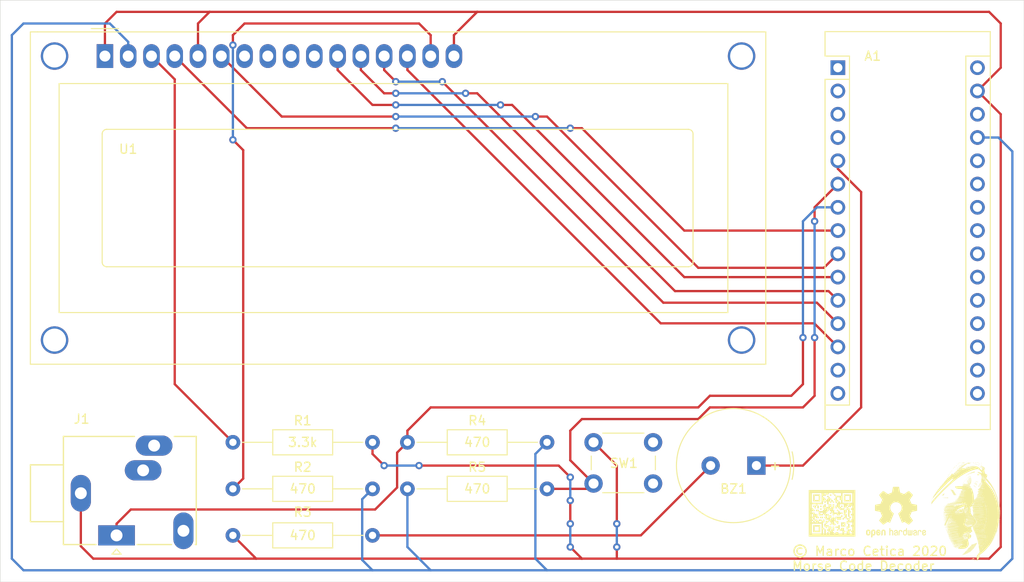
<source format=kicad_pcb>
(kicad_pcb (version 20171130) (host pcbnew 5.1.6)
  (layers (0 F.Cu signal) (31 B.Cu signal) (34 B.Paste user) (35 F.Paste user) (36 B.SilkS user) (37 F.SilkS user) (38 B.Mask user) (39 F.Mask user) (44 Edge.Cuts user))
  (net 0 "")
  (net 1 "Net-(A1-Pad1)")
  (net 2 "Net-(A1-Pad17)")
  (net 3 "Net-(A1-Pad2)")
  (net 4 "Net-(A1-Pad18)")
  (net 5 "Net-(A1-Pad3)")
  (net 6 "Net-(A1-Pad19)")
  (net 7 "Net-(A1-Pad4)")
  (net 8 "Net-(A1-Pad20)")
  (net 9 "Net-(A1-Pad5)")
  (net 10 "Net-(A1-Pad21)")
  (net 11 "Net-(A1-Pad6)")
  (net 12 "Net-(A1-Pad22)")
  (net 13 KEY_POS)
  (net 14 "Net-(A1-Pad23)")
  (net 15 "Net-(A1-Pad8)")
  (net 16 "Net-(A1-Pad24)")
  (net 17 "Net-(A1-Pad9)")
  (net 18 "Net-(A1-Pad25)")
  (net 19 "Net-(A1-Pad10)")
  (net 20 "Net-(A1-Pad26)")
  (net 21 "Net-(A1-Pad11)")
  (net 22 +5V)
  (net 23 "Net-(A1-Pad12)")
  (net 24 "Net-(A1-Pad28)")
  (net 25 "Net-(A1-Pad13)")
  (net 26 GND)
  (net 27 "Net-(A1-Pad14)")
  (net 28 "Net-(A1-Pad30)")
  (net 29 "Net-(A1-Pad15)")
  (net 30 "Net-(A1-Pad16)")
  (net 31 "Net-(BZ1-Pad2)")
  (net 32 "Net-(R1-Pad1)")
  (net 33 "Net-(R2-Pad1)")
  (net 34 "Net-(U1-Pad7)")
  (net 35 "Net-(U1-Pad8)")
  (net 36 "Net-(U1-Pad9)")
  (net 37 "Net-(U1-Pad10)")
  (module Symbol:OSHW-Logo2_7.3x6mm_SilkScreen (layer F.Cu) (at 175.26 127)
    (fp_text reference REF** hide)
    (fp_text value OSHW-Logo2_7.3x6mm_SilkScreen hide)
  )
  (module pcb:qrcode (layer F.Cu) (at 168.275 127.127)
    (fp_text reference G*** hide)
    (fp_text value LOGO hide)
  )
  (module pcb:avatar (layer F.Cu) (at 182.88 127)
    (fp_text reference G*** hide)
    (fp_text value LOGO hide)
  )
  (module Module:Arduino_Nano (layer F.Cu) (at 168.91 78.486)
    (fp_text reference A1 (at 3.81 -1.27) (layer F.SilkS))
    (fp_text value Arduino_Nano_v3.x)
    (pad 1 thru_hole rect (at 0 0) (size 1.6 1.6) (drill 1) (layers *.Cu *.Mask) (net 1 "Net-(A1-Pad1)"))
    (pad 17 thru_hole oval (at 15.24 33.02) (size 1.6 1.6) (drill 1) (layers *.Cu *.Mask) (net 2 "Net-(A1-Pad17)"))
    (pad 2 thru_hole oval (at 0 2.54) (size 1.6 1.6) (drill 1) (layers *.Cu *.Mask) (net 3 "Net-(A1-Pad2)"))
    (pad 18 thru_hole oval (at 15.24 30.48) (size 1.6 1.6) (drill 1) (layers *.Cu *.Mask) (net 4 "Net-(A1-Pad18)"))
    (pad 3 thru_hole oval (at 0 5.08) (size 1.6 1.6) (drill 1) (layers *.Cu *.Mask) (net 5 "Net-(A1-Pad3)"))
    (pad 19 thru_hole oval (at 15.24 27.94) (size 1.6 1.6) (drill 1) (layers *.Cu *.Mask) (net 6 "Net-(A1-Pad19)"))
    (pad 4 thru_hole oval (at 0 7.62) (size 1.6 1.6) (drill 1) (layers *.Cu *.Mask) (net 7 "Net-(A1-Pad4)"))
    (pad 20 thru_hole oval (at 15.24 25.4) (size 1.6 1.6) (drill 1) (layers *.Cu *.Mask) (net 8 "Net-(A1-Pad20)"))
    (pad 5 thru_hole oval (at 0 10.16) (size 1.6 1.6) (drill 1) (layers *.Cu *.Mask) (net 9 "Net-(A1-Pad5)"))
    (pad 21 thru_hole oval (at 15.24 22.86) (size 1.6 1.6) (drill 1) (layers *.Cu *.Mask) (net 10 "Net-(A1-Pad21)"))
    (pad 6 thru_hole oval (at 0 12.7) (size 1.6 1.6) (drill 1) (layers *.Cu *.Mask) (net 11 "Net-(A1-Pad6)"))
    (pad 22 thru_hole oval (at 15.24 20.32) (size 1.6 1.6) (drill 1) (layers *.Cu *.Mask) (net 12 "Net-(A1-Pad22)"))
    (pad 7 thru_hole oval (at 0 15.24) (size 1.6 1.6) (drill 1) (layers *.Cu *.Mask) (net 13 KEY_POS))
    (pad 23 thru_hole oval (at 15.24 17.78) (size 1.6 1.6) (drill 1) (layers *.Cu *.Mask) (net 14 "Net-(A1-Pad23)"))
    (pad 8 thru_hole oval (at 0 17.78) (size 1.6 1.6) (drill 1) (layers *.Cu *.Mask) (net 15 "Net-(A1-Pad8)"))
    (pad 24 thru_hole oval (at 15.24 15.24) (size 1.6 1.6) (drill 1) (layers *.Cu *.Mask) (net 16 "Net-(A1-Pad24)"))
    (pad 9 thru_hole oval (at 0 20.32) (size 1.6 1.6) (drill 1) (layers *.Cu *.Mask) (net 17 "Net-(A1-Pad9)"))
    (pad 25 thru_hole oval (at 15.24 12.7) (size 1.6 1.6) (drill 1) (layers *.Cu *.Mask) (net 18 "Net-(A1-Pad25)"))
    (pad 10 thru_hole oval (at 0 22.86) (size 1.6 1.6) (drill 1) (layers *.Cu *.Mask) (net 19 "Net-(A1-Pad10)"))
    (pad 26 thru_hole oval (at 15.24 10.16) (size 1.6 1.6) (drill 1) (layers *.Cu *.Mask) (net 20 "Net-(A1-Pad26)"))
    (pad 11 thru_hole oval (at 0 25.4) (size 1.6 1.6) (drill 1) (layers *.Cu *.Mask) (net 21 "Net-(A1-Pad11)"))
    (pad 27 thru_hole oval (at 15.24 7.62) (size 1.6 1.6) (drill 1) (layers *.Cu *.Mask) (net 22 +5V))
    (pad 12 thru_hole oval (at 0 27.94) (size 1.6 1.6) (drill 1) (layers *.Cu *.Mask) (net 23 "Net-(A1-Pad12)"))
    (pad 28 thru_hole oval (at 15.24 5.08) (size 1.6 1.6) (drill 1) (layers *.Cu *.Mask) (net 24 "Net-(A1-Pad28)"))
    (pad 13 thru_hole oval (at 0 30.48) (size 1.6 1.6) (drill 1) (layers *.Cu *.Mask) (net 25 "Net-(A1-Pad13)"))
    (pad 29 thru_hole oval (at 15.24 2.54) (size 1.6 1.6) (drill 1) (layers *.Cu *.Mask) (net 26 GND))
    (pad 14 thru_hole oval (at 0 33.02) (size 1.6 1.6) (drill 1) (layers *.Cu *.Mask) (net 27 "Net-(A1-Pad14)"))
    (pad 30 thru_hole oval (at 15.24 0) (size 1.6 1.6) (drill 1) (layers *.Cu *.Mask) (net 28 "Net-(A1-Pad30)"))
    (pad 15 thru_hole oval (at 0 35.56) (size 1.6 1.6) (drill 1) (layers *.Cu *.Mask) (net 29 "Net-(A1-Pad15)"))
    (pad 16 thru_hole oval (at 15.24 35.56) (size 1.6 1.6) (drill 1) (layers *.Cu *.Mask) (net 30 "Net-(A1-Pad16)"))
  )
  (module Buzzer_Beeper:Buzzer_TDK_PS1240P02BT_D12.2mm_H6.5mm (layer F.Cu) (at 160.02 121.92 180)
    (fp_text reference BZ1 (at 2.5 -2.54) (layer F.SilkS))
    (fp_text value Buzzer)
    (pad 1 thru_hole rect (at 0 0 180) (size 2 2) (drill 1) (layers *.Cu *.Mask) (net 9 "Net-(A1-Pad5)"))
    (pad 2 thru_hole circle (at 5 0 180) (size 2 2) (drill 1) (layers *.Cu *.Mask) (net 31 "Net-(BZ1-Pad2)"))
  )
  (module Connector_Audio:Jack_3.5mm_Ledino_KB3SPRS_Horizontal (layer F.Cu) (at 90.17 129.54)
    (fp_text reference J1 (at -3.81 -12.7) (layer F.SilkS))
    (fp_text value "Audio Jack")
    (pad T thru_hole rect (at 0 0) (size 4 2.2) (drill 1.3) (layers *.Cu *.Mask) (net 13 KEY_POS))
    (pad TN thru_hole oval (at 7.3 -0.5 90) (size 4 2.2) (drill 1.3) (layers *.Cu *.Mask))
    (pad RN thru_hole oval (at 2.9 -7.1) (size 4 2.2) (drill 1.3) (layers *.Cu *.Mask))
    (pad R thru_hole oval (at 4.1 -9.8) (size 4 2.2) (drill 1.3) (layers *.Cu *.Mask))
    (pad S thru_hole oval (at -3.9 -4.6) (size 2.2 4) (drill 1.3) (layers *.Cu *.Mask) (net 26 GND))
  )
  (module Resistor_THT:R_Axial_DIN0207_L6.3mm_D2.5mm_P15.24mm_Horizontal (layer F.Cu) (at 102.87 119.38)
    (fp_text reference R1 (at 7.62 -2.37) (layer F.SilkS))
    (fp_text value 3.3K)
    (pad 2 thru_hole oval (at 15.24 0) (size 1.6 1.6) (drill 0.8) (layers *.Cu *.Mask) (net 26 GND))
    (pad 1 thru_hole circle (at 0 0) (size 1.6 1.6) (drill 0.8) (layers *.Cu *.Mask) (net 32 "Net-(R1-Pad1)"))
  )
  (module Resistor_THT:R_Axial_DIN0207_L6.3mm_D2.5mm_P15.24mm_Horizontal (layer F.Cu) (at 102.87 124.46)
    (fp_text reference R2 (at 7.62 -2.37) (layer F.SilkS))
    (fp_text value 470)
    (pad 1 thru_hole circle (at 0 0) (size 1.6 1.6) (drill 0.8) (layers *.Cu *.Mask) (net 33 "Net-(R2-Pad1)"))
    (pad 2 thru_hole oval (at 15.24 0) (size 1.6 1.6) (drill 0.8) (layers *.Cu *.Mask) (net 22 +5V))
  )
  (module Resistor_THT:R_Axial_DIN0207_L6.3mm_D2.5mm_P15.24mm_Horizontal (layer F.Cu) (at 118.11 129.54 180)
    (fp_text reference R3 (at 7.62 2.54) (layer F.SilkS))
    (fp_text value 470)
    (pad 1 thru_hole circle (at 0 0 180) (size 1.6 1.6) (drill 0.8) (layers *.Cu *.Mask) (net 31 "Net-(BZ1-Pad2)"))
    (pad 2 thru_hole oval (at 15.24 0 180) (size 1.6 1.6) (drill 0.8) (layers *.Cu *.Mask) (net 26 GND))
  )
  (module Resistor_THT:R_Axial_DIN0207_L6.3mm_D2.5mm_P15.24mm_Horizontal (layer F.Cu) (at 121.92 119.38)
    (fp_text reference R4 (at 7.62 -2.37) (layer F.SilkS))
    (fp_text value 470)
    (pad 1 thru_hole circle (at 0 0) (size 1.6 1.6) (drill 0.8) (layers *.Cu *.Mask) (net 13 KEY_POS))
    (pad 2 thru_hole oval (at 15.24 0) (size 1.6 1.6) (drill 0.8) (layers *.Cu *.Mask) (net 22 +5V))
  )
  (module Resistor_THT:R_Axial_DIN0207_L6.3mm_D2.5mm_P15.24mm_Horizontal (layer F.Cu) (at 121.92 124.46)
    (fp_text reference R5 (at 7.62 -2.37) (layer F.SilkS))
    (fp_text value 470)
    (pad 2 thru_hole oval (at 15.24 0) (size 1.6 1.6) (drill 0.8) (layers *.Cu *.Mask) (net 11 "Net-(A1-Pad6)"))
    (pad 1 thru_hole circle (at 0 0) (size 1.6 1.6) (drill 0.8) (layers *.Cu *.Mask) (net 22 +5V))
  )
  (module Button_Switch_THT:SW_PUSH_6mm_H4.3mm (layer F.Cu) (at 142.24 119.38)
    (fp_text reference SW1 (at 3.302 2.286) (layer F.SilkS))
    (fp_text value SW_Push)
    (pad 2 thru_hole circle (at 0 4.5 90) (size 2 2) (drill 1.1) (layers *.Cu *.Mask) (net 11 "Net-(A1-Pad6)"))
    (pad 1 thru_hole circle (at 0 0 90) (size 2 2) (drill 1.1) (layers *.Cu *.Mask) (net 26 GND))
    (pad 2 thru_hole circle (at 6.5 4.5 90) (size 2 2) (drill 1.1) (layers *.Cu *.Mask) (net 11 "Net-(A1-Pad6)"))
    (pad 1 thru_hole circle (at 6.5 0 90) (size 2 2) (drill 1.1) (layers *.Cu *.Mask) (net 26 GND))
  )
  (module Display:WC1602A (layer F.Cu) (at 88.9 77.216)
    (fp_text reference U1 (at 2.54 10.16) (layer F.SilkS))
    (fp_text value LCD-016N002L)
    (pad 1 thru_hole rect (at 0 0) (size 1.8 2.6) (drill 1.2) (layers *.Cu *.Mask) (net 26 GND))
    (pad 2 thru_hole oval (at 2.54 0) (size 1.8 2.6) (drill 1.2) (layers *.Cu *.Mask) (net 22 +5V))
    (pad 3 thru_hole oval (at 5.08 0) (size 1.8 2.6) (drill 1.2) (layers *.Cu *.Mask) (net 32 "Net-(R1-Pad1)"))
    (pad 4 thru_hole oval (at 7.62 0) (size 1.8 2.6) (drill 1.2) (layers *.Cu *.Mask) (net 15 "Net-(A1-Pad8)"))
    (pad 5 thru_hole oval (at 10.16 0) (size 1.8 2.6) (drill 1.2) (layers *.Cu *.Mask) (net 26 GND))
    (pad 6 thru_hole oval (at 12.7 0) (size 1.8 2.6) (drill 1.2) (layers *.Cu *.Mask) (net 17 "Net-(A1-Pad9)"))
    (pad 7 thru_hole oval (at 15.24 0) (size 1.8 2.6) (drill 1.2) (layers *.Cu *.Mask) (net 34 "Net-(U1-Pad7)"))
    (pad 8 thru_hole oval (at 17.78 0) (size 1.8 2.6) (drill 1.2) (layers *.Cu *.Mask) (net 35 "Net-(U1-Pad8)"))
    (pad 9 thru_hole oval (at 20.32 0) (size 1.8 2.6) (drill 1.2) (layers *.Cu *.Mask) (net 36 "Net-(U1-Pad9)"))
    (pad 10 thru_hole oval (at 22.86 0) (size 1.8 2.6) (drill 1.2) (layers *.Cu *.Mask) (net 37 "Net-(U1-Pad10)"))
    (pad 11 thru_hole oval (at 25.4 0) (size 1.8 2.6) (drill 1.2) (layers *.Cu *.Mask) (net 19 "Net-(A1-Pad10)"))
    (pad 12 thru_hole oval (at 27.94 0) (size 1.8 2.6) (drill 1.2) (layers *.Cu *.Mask) (net 21 "Net-(A1-Pad11)"))
    (pad 13 thru_hole oval (at 30.48 0) (size 1.8 2.6) (drill 1.2) (layers *.Cu *.Mask) (net 23 "Net-(A1-Pad12)"))
    (pad 14 thru_hole oval (at 33.02 0) (size 1.8 2.6) (drill 1.2) (layers *.Cu *.Mask) (net 25 "Net-(A1-Pad13)"))
    (pad 15 thru_hole oval (at 35.56 0) (size 1.8 2.6) (drill 1.2) (layers *.Cu *.Mask) (net 33 "Net-(R2-Pad1)"))
    (pad 16 thru_hole oval (at 38.1 0) (size 1.8 2.6) (drill 1.2) (layers *.Cu *.Mask) (net 26 GND))
    (pad "" thru_hole circle (at -5.4991 0) (size 3 3) (drill 2.5) (layers *.Cu *.Mask))
    (pad "" thru_hole circle (at -5.4991 31.0007) (size 3 3) (drill 2.5) (layers *.Cu *.Mask))
    (pad "" thru_hole circle (at 69.49948 31.0007) (size 3 3) (drill 2.5) (layers *.Cu *.Mask))
    (pad "" thru_hole circle (at 69.5 0) (size 3 3) (drill 2.5) (layers *.Cu *.Mask))
  )
  (gr_line (start 189.23 71.12) (end 189.23 74.93) (layer Edge.Cuts) (width 0.05))
  (gr_line (start 77.47 71.12) (end 189.23 71.12) (layer Edge.Cuts) (width 0.05))
  (gr_line (start 77.47 74.93) (end 77.47 71.12) (layer Edge.Cuts) (width 0.05))
  (gr_text "© Marco Cetica 2020\nMorse Code Decoder" (at 163.83 132.08) (layer F.SilkS) (effects (font (size 1 1)) (justify left)))
  (gr_line (start 189.23 134.62) (end 189.23 133.35) (layer Edge.Cuts) (width 0.05))
  (gr_line (start 77.47 134.62) (end 189.23 134.62) (layer Edge.Cuts) (width 0.05))
  (gr_line (start 77.47 133.35) (end 77.47 134.62) (layer Edge.Cuts) (width 0.05))
  (gr_line (start 77.47 133.35) (end 77.47 74.93) (layer Edge.Cuts) (width 0.05))
  (gr_line (start 189.23 130.81) (end 189.23 133.35) (layer Edge.Cuts) (width 0.05))
  (gr_line (start 189.23 129.54) (end 189.23 130.81) (layer Edge.Cuts) (width 0.05))
  (gr_line (start 189.23 74.93) (end 189.23 129.54) (layer Edge.Cuts) (width 0.05))
  (gr_text + (at 162.052 121.92) (layer F.SilkS) (effects (font (size 1 1))))
  (gr_text 470 (at 129.54 124.46) (layer F.SilkS) (effects (font (size 1 1))))
  (gr_text 470 (at 129.54 119.38) (layer F.SilkS) (effects (font (size 1 1))))
  (gr_text 470 (at 110.49 129.54) (layer F.SilkS) (effects (font (size 1 1))))
  (gr_text 470 (at 110.49 124.46) (layer F.SilkS) (effects (font (size 1 1))))
  (gr_text 3.3k (at 110.49 119.38) (layer F.SilkS) (effects (font (size 1 1))))
  (segment (start 160.02 121.92) (end 165.1 121.92) (width 0.25) (layer F.Cu) (net 9))
  (segment (start 165.1 121.92) (end 171.45 115.57) (width 0.25) (layer F.Cu) (net 9))
  (segment (start 168.91 89.520998) (end 168.91 88.646) (width 0.25) (layer F.Cu) (net 9))
  (segment (start 171.45 92.060998) (end 168.91 89.520998) (width 0.25) (layer F.Cu) (net 9))
  (segment (start 171.45 115.57) (end 171.45 92.060998) (width 0.25) (layer F.Cu) (net 9))
  (segment (start 141.66 124.46) (end 142.24 123.88) (width 0.25) (layer F.Cu) (net 11))
  (segment (start 137.16 124.46) (end 141.66 124.46) (width 0.25) (layer F.Cu) (net 11))
  (via (at 166.37 107.95) (size 0.8) (drill 0.4) (layers F.Cu B.Cu) (net 11))
  (via (at 166.37 95.25) (size 0.8) (drill 0.4) (layers F.Cu B.Cu) (net 11))
  (segment (start 166.37 107.95) (end 166.37 95.25) (width 0.25) (layer B.Cu) (net 11))
  (segment (start 166.37 93.726) (end 168.91 91.186) (width 0.25) (layer F.Cu) (net 11))
  (segment (start 166.37 95.25) (end 166.37 93.726) (width 0.25) (layer F.Cu) (net 11))
  (segment (start 139.7 121.34) (end 142.24 123.88) (width 0.25) (layer F.Cu) (net 11))
  (segment (start 139.7 118.11) (end 139.7 121.34) (width 0.25) (layer F.Cu) (net 11))
  (segment (start 140.97 116.84) (end 139.7 118.11) (width 0.25) (layer F.Cu) (net 11))
  (segment (start 153.67 116.84) (end 140.97 116.84) (width 0.25) (layer F.Cu) (net 11))
  (segment (start 154.94 115.57) (end 153.67 116.84) (width 0.25) (layer F.Cu) (net 11))
  (segment (start 165.1 115.57) (end 154.94 115.57) (width 0.25) (layer F.Cu) (net 11))
  (segment (start 166.37 114.3) (end 165.1 115.57) (width 0.25) (layer F.Cu) (net 11))
  (segment (start 166.37 107.95) (end 166.37 114.3) (width 0.25) (layer F.Cu) (net 11))
  (segment (start 90.17 129.54) (end 90.17 128.27) (width 0.25) (layer F.Cu) (net 13))
  (segment (start 91.72501 126.71499) (end 118.39501 126.71499) (width 0.25) (layer F.Cu) (net 13))
  (segment (start 90.17 128.27) (end 91.72501 126.71499) (width 0.25) (layer F.Cu) (net 13))
  (segment (start 120.794999 120.505001) (end 121.92 119.38) (width 0.25) (layer F.Cu) (net 13))
  (segment (start 120.794999 124.315001) (end 120.794999 120.505001) (width 0.25) (layer F.Cu) (net 13))
  (segment (start 118.39501 126.71499) (end 120.794999 124.315001) (width 0.25) (layer F.Cu) (net 13))
  (segment (start 121.92 119.38) (end 121.92 118.11) (width 0.25) (layer F.Cu) (net 13))
  (segment (start 121.92 118.11) (end 124.46 115.57) (width 0.25) (layer F.Cu) (net 13))
  (segment (start 124.46 115.57) (end 153.67 115.57) (width 0.25) (layer F.Cu) (net 13))
  (segment (start 153.67 115.57) (end 154.94 114.3) (width 0.25) (layer F.Cu) (net 13))
  (segment (start 154.94 114.3) (end 163.83 114.3) (width 0.25) (layer F.Cu) (net 13))
  (via (at 165.1 107.95) (size 0.8) (drill 0.4) (layers F.Cu B.Cu) (net 13))
  (segment (start 165.1 113.03) (end 165.1 107.95) (width 0.25) (layer F.Cu) (net 13))
  (segment (start 163.83 114.3) (end 165.1 113.03) (width 0.25) (layer F.Cu) (net 13))
  (segment (start 166.624 93.726) (end 168.91 93.726) (width 0.25) (layer B.Cu) (net 13))
  (segment (start 165.1 95.25) (end 166.624 93.726) (width 0.25) (layer B.Cu) (net 13))
  (segment (start 165.1 107.95) (end 165.1 95.25) (width 0.25) (layer B.Cu) (net 13))
  (via (at 120.65 85.09) (size 0.8) (drill 0.4) (layers F.Cu B.Cu) (net 15))
  (segment (start 104.394 85.09) (end 120.65 85.09) (width 0.25) (layer F.Cu) (net 15))
  (segment (start 96.52 77.216) (end 104.394 85.09) (width 0.25) (layer F.Cu) (net 15))
  (via (at 139.7 85.09) (size 0.8) (drill 0.4) (layers F.Cu B.Cu) (net 15))
  (segment (start 120.65 85.09) (end 139.7 85.09) (width 0.25) (layer B.Cu) (net 15))
  (segment (start 139.7 85.09) (end 140.97 85.09) (width 0.25) (layer F.Cu) (net 15))
  (segment (start 152.146 96.266) (end 168.91 96.266) (width 0.25) (layer F.Cu) (net 15))
  (segment (start 140.97 85.09) (end 152.146 96.266) (width 0.25) (layer F.Cu) (net 15))
  (via (at 120.65 83.82) (size 0.8) (drill 0.4) (layers F.Cu B.Cu) (net 17))
  (segment (start 108.204 83.82) (end 120.65 83.82) (width 0.25) (layer F.Cu) (net 17))
  (segment (start 101.6 77.216) (end 108.204 83.82) (width 0.25) (layer F.Cu) (net 17))
  (via (at 135.89 83.82) (size 0.8) (drill 0.4) (layers F.Cu B.Cu) (net 17))
  (segment (start 120.65 83.82) (end 135.89 83.82) (width 0.25) (layer B.Cu) (net 17))
  (segment (start 135.89 83.82) (end 137.16 83.82) (width 0.25) (layer F.Cu) (net 17))
  (segment (start 137.16 83.82) (end 153.67 100.33) (width 0.25) (layer F.Cu) (net 17))
  (segment (start 167.386 100.33) (end 168.91 98.806) (width 0.25) (layer F.Cu) (net 17))
  (segment (start 153.67 100.33) (end 167.386 100.33) (width 0.25) (layer F.Cu) (net 17))
  (segment (start 114.3 77.216) (end 114.3 78.74) (width 0.25) (layer F.Cu) (net 19))
  (via (at 120.65 82.55) (size 0.8) (drill 0.4) (layers F.Cu B.Cu) (net 19))
  (segment (start 118.11 82.55) (end 120.65 82.55) (width 0.25) (layer F.Cu) (net 19))
  (segment (start 114.3 78.74) (end 118.11 82.55) (width 0.25) (layer F.Cu) (net 19))
  (via (at 132.08 82.55) (size 0.8) (drill 0.4) (layers F.Cu B.Cu) (net 19))
  (segment (start 120.65 82.55) (end 132.08 82.55) (width 0.25) (layer B.Cu) (net 19))
  (segment (start 132.08 82.55) (end 133.35 82.55) (width 0.25) (layer F.Cu) (net 19))
  (segment (start 152.146 101.346) (end 168.91 101.346) (width 0.25) (layer F.Cu) (net 19))
  (segment (start 133.35 82.55) (end 152.146 101.346) (width 0.25) (layer F.Cu) (net 19))
  (segment (start 116.84 77.216) (end 116.84 78.74) (width 0.25) (layer F.Cu) (net 21))
  (via (at 120.65 81.28) (size 0.8) (drill 0.4) (layers F.Cu B.Cu) (net 21))
  (segment (start 119.38 81.28) (end 120.65 81.28) (width 0.25) (layer F.Cu) (net 21))
  (segment (start 116.84 78.74) (end 119.38 81.28) (width 0.25) (layer F.Cu) (net 21))
  (via (at 128.27 81.28) (size 0.8) (drill 0.4) (layers F.Cu B.Cu) (net 21))
  (segment (start 120.65 81.28) (end 128.27 81.28) (width 0.25) (layer B.Cu) (net 21))
  (segment (start 128.27 81.28) (end 129.54 81.28) (width 0.25) (layer F.Cu) (net 21))
  (segment (start 129.54 81.28) (end 151.13 102.87) (width 0.25) (layer F.Cu) (net 21))
  (segment (start 167.894 102.87) (end 168.91 103.886) (width 0.25) (layer F.Cu) (net 21))
  (segment (start 151.13 102.87) (end 167.894 102.87) (width 0.25) (layer F.Cu) (net 21))
  (segment (start 184.15 86.106) (end 186.436 86.106) (width 0.25) (layer B.Cu) (net 22))
  (segment (start 186.436 86.106) (end 187.96 87.63) (width 0.25) (layer B.Cu) (net 22))
  (segment (start 187.96 87.63) (end 187.96 132.08) (width 0.25) (layer B.Cu) (net 22))
  (segment (start 187.96 132.08) (end 186.69 133.35) (width 0.25) (layer B.Cu) (net 22))
  (segment (start 186.69 133.35) (end 137.16 133.35) (width 0.25) (layer B.Cu) (net 22))
  (segment (start 137.16 133.35) (end 135.89 132.08) (width 0.25) (layer B.Cu) (net 22))
  (segment (start 135.89 132.08) (end 135.89 120.65) (width 0.25) (layer B.Cu) (net 22))
  (segment (start 135.89 120.65) (end 137.16 119.38) (width 0.25) (layer B.Cu) (net 22))
  (segment (start 121.92 124.46) (end 121.92 130.81) (width 0.25) (layer B.Cu) (net 22))
  (segment (start 121.92 130.81) (end 124.46 133.35) (width 0.25) (layer B.Cu) (net 22))
  (segment (start 124.46 133.35) (end 137.16 133.35) (width 0.25) (layer B.Cu) (net 22))
  (segment (start 116.984999 125.585001) (end 116.984999 132.224999) (width 0.25) (layer B.Cu) (net 22))
  (segment (start 118.11 124.46) (end 116.984999 125.585001) (width 0.25) (layer B.Cu) (net 22))
  (segment (start 118.11 133.35) (end 124.46 133.35) (width 0.25) (layer B.Cu) (net 22))
  (segment (start 116.984999 132.224999) (end 118.11 133.35) (width 0.25) (layer B.Cu) (net 22))
  (segment (start 91.44 75.666) (end 89.434 73.66) (width 0.25) (layer B.Cu) (net 22))
  (segment (start 91.44 77.216) (end 91.44 75.666) (width 0.25) (layer B.Cu) (net 22))
  (segment (start 89.434 73.66) (end 80.01 73.66) (width 0.25) (layer B.Cu) (net 22))
  (segment (start 80.01 73.66) (end 78.74 74.93) (width 0.25) (layer B.Cu) (net 22))
  (segment (start 78.74 74.93) (end 78.74 132.08) (width 0.25) (layer B.Cu) (net 22))
  (segment (start 78.74 132.08) (end 80.01 133.35) (width 0.25) (layer B.Cu) (net 22))
  (segment (start 80.01 133.35) (end 118.11 133.35) (width 0.25) (layer B.Cu) (net 22))
  (segment (start 119.38 77.216) (end 119.38 78.74) (width 0.25) (layer F.Cu) (net 23))
  (via (at 120.65 80.01) (size 0.8) (drill 0.4) (layers F.Cu B.Cu) (net 23))
  (segment (start 119.38 78.74) (end 120.65 80.01) (width 0.25) (layer F.Cu) (net 23))
  (via (at 125.73 80.01) (size 0.8) (drill 0.4) (layers F.Cu B.Cu) (net 23))
  (segment (start 120.65 80.01) (end 125.73 80.01) (width 0.25) (layer B.Cu) (net 23))
  (segment (start 166.624 104.14) (end 168.91 106.426) (width 0.25) (layer F.Cu) (net 23))
  (segment (start 149.86 104.14) (end 166.624 104.14) (width 0.25) (layer F.Cu) (net 23))
  (segment (start 125.73 80.01) (end 149.86 104.14) (width 0.25) (layer F.Cu) (net 23))
  (segment (start 121.92 77.216) (end 121.92 78.74) (width 0.25) (layer F.Cu) (net 25))
  (segment (start 166.335699 106.391699) (end 168.91 108.966) (width 0.25) (layer F.Cu) (net 25))
  (segment (start 149.571699 106.391699) (end 166.335699 106.391699) (width 0.25) (layer F.Cu) (net 25))
  (segment (start 121.92 78.74) (end 149.571699 106.391699) (width 0.25) (layer F.Cu) (net 25))
  (segment (start 184.15 81.026) (end 186.69 78.486) (width 0.25) (layer F.Cu) (net 26))
  (segment (start 186.69 78.486) (end 186.69 73.66) (width 0.25) (layer F.Cu) (net 26))
  (segment (start 186.69 73.66) (end 185.42 72.39) (width 0.25) (layer F.Cu) (net 26))
  (segment (start 185.42 72.39) (end 129.54 72.39) (width 0.25) (layer F.Cu) (net 26))
  (segment (start 129.54 72.39) (end 127 74.93) (width 0.25) (layer F.Cu) (net 26))
  (segment (start 127 74.93) (end 127 77.216) (width 0.25) (layer F.Cu) (net 26))
  (segment (start 99.06 77.216) (end 99.06 73.66) (width 0.25) (layer F.Cu) (net 26))
  (segment (start 99.06 73.66) (end 100.33 72.39) (width 0.25) (layer F.Cu) (net 26))
  (segment (start 100.33 72.39) (end 129.54 72.39) (width 0.25) (layer F.Cu) (net 26))
  (segment (start 88.9 77.216) (end 88.9 73.66) (width 0.25) (layer F.Cu) (net 26))
  (segment (start 88.9 73.66) (end 90.17 72.39) (width 0.25) (layer F.Cu) (net 26))
  (segment (start 90.17 72.39) (end 100.33 72.39) (width 0.25) (layer F.Cu) (net 26))
  (via (at 144.78 128.27) (size 0.8) (drill 0.4) (layers F.Cu B.Cu) (net 26))
  (segment (start 144.78 121.92) (end 144.78 128.27) (width 0.25) (layer F.Cu) (net 26))
  (segment (start 142.24 119.38) (end 144.78 121.92) (width 0.25) (layer F.Cu) (net 26))
  (via (at 144.78 130.81) (size 0.8) (drill 0.4) (layers F.Cu B.Cu) (net 26))
  (segment (start 144.78 128.27) (end 144.78 130.81) (width 0.25) (layer B.Cu) (net 26))
  (segment (start 144.78 130.81) (end 144.78 132.08) (width 0.25) (layer F.Cu) (net 26))
  (segment (start 118.11 120.65) (end 119.38 121.92) (width 0.25) (layer F.Cu) (net 26))
  (via (at 119.38 121.92) (size 0.8) (drill 0.4) (layers F.Cu B.Cu) (net 26))
  (segment (start 118.11 119.38) (end 118.11 120.65) (width 0.25) (layer F.Cu) (net 26))
  (via (at 123.19 121.92) (size 0.8) (drill 0.4) (layers F.Cu B.Cu) (net 26))
  (segment (start 119.38 121.92) (end 123.19 121.92) (width 0.25) (layer B.Cu) (net 26))
  (via (at 139.7 123.19) (size 0.8) (drill 0.4) (layers F.Cu B.Cu) (net 26))
  (segment (start 138.43 121.92) (end 139.7 123.19) (width 0.25) (layer F.Cu) (net 26))
  (segment (start 123.19 121.92) (end 138.43 121.92) (width 0.25) (layer F.Cu) (net 26))
  (via (at 139.7 125.73) (size 0.8) (drill 0.4) (layers F.Cu B.Cu) (net 26))
  (segment (start 139.7 123.19) (end 139.7 125.73) (width 0.25) (layer B.Cu) (net 26))
  (via (at 139.7 128.27) (size 0.8) (drill 0.4) (layers F.Cu B.Cu) (net 26))
  (segment (start 139.7 125.73) (end 139.7 128.27) (width 0.25) (layer F.Cu) (net 26))
  (via (at 139.7 130.81) (size 0.8) (drill 0.4) (layers F.Cu B.Cu) (net 26))
  (segment (start 139.7 128.27) (end 139.7 130.81) (width 0.25) (layer B.Cu) (net 26))
  (segment (start 139.7 130.81) (end 140.97 132.08) (width 0.25) (layer F.Cu) (net 26))
  (segment (start 102.87 129.54) (end 105.41 132.08) (width 0.25) (layer F.Cu) (net 26))
  (segment (start 105.41 132.08) (end 140.97 132.08) (width 0.25) (layer F.Cu) (net 26))
  (segment (start 86.27 124.94) (end 86.27 130.72) (width 0.25) (layer F.Cu) (net 26))
  (segment (start 86.27 130.72) (end 87.63 132.08) (width 0.25) (layer F.Cu) (net 26))
  (segment (start 87.63 132.08) (end 105.41 132.08) (width 0.25) (layer F.Cu) (net 26))
  (segment (start 186.69 83.566) (end 184.15 81.026) (width 0.25) (layer F.Cu) (net 26))
  (segment (start 186.69 130.81) (end 186.69 83.566) (width 0.25) (layer F.Cu) (net 26))
  (segment (start 185.42 132.08) (end 186.69 130.81) (width 0.25) (layer F.Cu) (net 26))
  (segment (start 140.97 132.08) (end 185.42 132.08) (width 0.25) (layer F.Cu) (net 26))
  (segment (start 147.4 129.54) (end 155.02 121.92) (width 0.25) (layer F.Cu) (net 31))
  (segment (start 118.11 129.54) (end 147.4 129.54) (width 0.25) (layer F.Cu) (net 31))
  (segment (start 93.98 77.216) (end 96.52 79.756) (width 0.25) (layer F.Cu) (net 32))
  (segment (start 96.52 113.03) (end 102.87 119.38) (width 0.25) (layer F.Cu) (net 32))
  (segment (start 96.52 79.756) (end 96.52 113.03) (width 0.25) (layer F.Cu) (net 32))
  (segment (start 124.46 77.216) (end 124.46 74.93) (width 0.25) (layer F.Cu) (net 33))
  (segment (start 124.46 74.93) (end 123.19 73.66) (width 0.25) (layer F.Cu) (net 33))
  (segment (start 123.19 73.66) (end 104.14 73.66) (width 0.25) (layer F.Cu) (net 33))
  (via (at 102.87 76.017814) (size 0.8) (drill 0.4) (layers F.Cu B.Cu) (net 33))
  (segment (start 102.87 74.93) (end 102.87 76.017814) (width 0.25) (layer F.Cu) (net 33))
  (segment (start 104.14 73.66) (end 102.87 74.93) (width 0.25) (layer F.Cu) (net 33))
  (via (at 102.87 86.36) (size 0.8) (drill 0.4) (layers F.Cu B.Cu) (net 33))
  (segment (start 102.87 76.017814) (end 102.87 86.36) (width 0.25) (layer B.Cu) (net 33))
  (segment (start 103.995001 123.334999) (end 102.87 124.46) (width 0.25) (layer F.Cu) (net 33))
  (segment (start 103.995001 87.485001) (end 103.995001 123.334999) (width 0.25) (layer F.Cu) (net 33))
  (segment (start 102.87 86.36) (end 103.995001 87.485001) (width 0.25) (layer F.Cu) (net 33))
)
</source>
